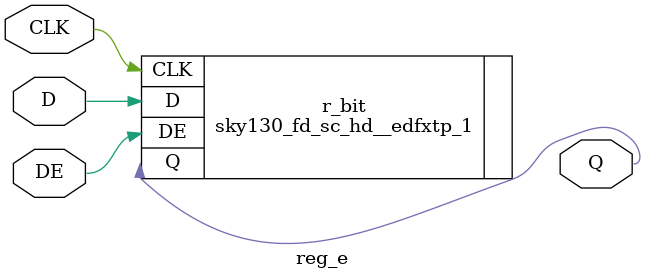
<source format=sv>
`timescale 1ps/1ps

module reg_e
(
    input   wire        CLK,
    input   wire        D,
    input   wire        DE,
    output  wire        Q
);

    sky130_fd_sc_hd__edfxtp_1
    r_bit
    (
        .Q      (Q),
        .CLK    (CLK),
        .D      (D),
        .DE     (DE)
    );

endmodule

</source>
